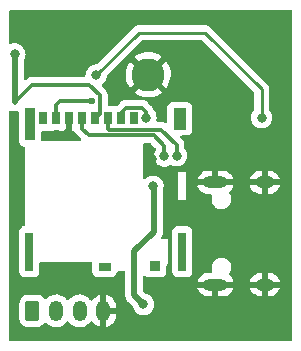
<source format=gbr>
%TF.GenerationSoftware,KiCad,Pcbnew,(6.0.7-1)-1*%
%TF.CreationDate,2022-11-24T20:11:50+01:00*%
%TF.ProjectId,Frost-ESP32,46726f73-742d-4455-9350-33322e6b6963,rev?*%
%TF.SameCoordinates,Original*%
%TF.FileFunction,Copper,L4,Bot*%
%TF.FilePolarity,Positive*%
%FSLAX46Y46*%
G04 Gerber Fmt 4.6, Leading zero omitted, Abs format (unit mm)*
G04 Created by KiCad (PCBNEW (6.0.7-1)-1) date 2022-11-24 20:11:50*
%MOMM*%
%LPD*%
G01*
G04 APERTURE LIST*
G04 Aperture macros list*
%AMRoundRect*
0 Rectangle with rounded corners*
0 $1 Rounding radius*
0 $2 $3 $4 $5 $6 $7 $8 $9 X,Y pos of 4 corners*
0 Add a 4 corners polygon primitive as box body*
4,1,4,$2,$3,$4,$5,$6,$7,$8,$9,$2,$3,0*
0 Add four circle primitives for the rounded corners*
1,1,$1+$1,$2,$3*
1,1,$1+$1,$4,$5*
1,1,$1+$1,$6,$7*
1,1,$1+$1,$8,$9*
0 Add four rect primitives between the rounded corners*
20,1,$1+$1,$2,$3,$4,$5,0*
20,1,$1+$1,$4,$5,$6,$7,0*
20,1,$1+$1,$6,$7,$8,$9,0*
20,1,$1+$1,$8,$9,$2,$3,0*%
G04 Aperture macros list end*
%TA.AperFunction,ComponentPad*%
%ADD10O,2.100000X1.000000*%
%TD*%
%TA.AperFunction,ComponentPad*%
%ADD11O,1.600000X1.000000*%
%TD*%
%TA.AperFunction,ComponentPad*%
%ADD12RoundRect,0.250000X-0.350000X-0.625000X0.350000X-0.625000X0.350000X0.625000X-0.350000X0.625000X0*%
%TD*%
%TA.AperFunction,ComponentPad*%
%ADD13O,1.200000X1.750000*%
%TD*%
%TA.AperFunction,ComponentPad*%
%ADD14C,2.800000*%
%TD*%
%TA.AperFunction,SMDPad,CuDef*%
%ADD15R,0.700000X1.100000*%
%TD*%
%TA.AperFunction,SMDPad,CuDef*%
%ADD16R,0.900000X0.930000*%
%TD*%
%TA.AperFunction,SMDPad,CuDef*%
%ADD17R,1.050000X0.780000*%
%TD*%
%TA.AperFunction,SMDPad,CuDef*%
%ADD18R,1.140000X1.830000*%
%TD*%
%TA.AperFunction,SMDPad,CuDef*%
%ADD19R,0.860000X2.800000*%
%TD*%
%TA.AperFunction,SMDPad,CuDef*%
%ADD20R,0.700000X3.330000*%
%TD*%
%TA.AperFunction,ViaPad*%
%ADD21C,0.800000*%
%TD*%
%TA.AperFunction,ViaPad*%
%ADD22C,0.600000*%
%TD*%
%TA.AperFunction,Conductor*%
%ADD23C,0.300000*%
%TD*%
%TA.AperFunction,Conductor*%
%ADD24C,0.500000*%
%TD*%
%TA.AperFunction,Conductor*%
%ADD25C,0.250000*%
%TD*%
G04 APERTURE END LIST*
D10*
%TO.P,J3,S1,SHIELD*%
%TO.N,GND*%
X111995000Y-82080000D03*
D11*
X116175000Y-90720000D03*
X116175000Y-82080000D03*
D10*
X111995000Y-90720000D03*
%TD*%
D12*
%TO.P,J2,1,Pin_1*%
%TO.N,Net-(D2-Pad2)*%
X96500000Y-92950000D03*
D13*
%TO.P,J2,2,Pin_2*%
%TO.N,/CANL*%
X98500000Y-92950000D03*
%TO.P,J2,3,Pin_3*%
%TO.N,/CANH*%
X100500000Y-92950000D03*
%TO.P,J2,4,Pin_4*%
%TO.N,GND*%
X102500000Y-92950000D03*
%TD*%
D14*
%TO.P,U1,49,GND*%
%TO.N,GND*%
X106300000Y-72950000D03*
%TD*%
D15*
%TO.P,J1,1,DAT2*%
%TO.N,unconnected-(J1-Pad1)*%
X105080000Y-76662500D03*
%TO.P,J1,2,DAT3/CD*%
%TO.N,/CS*%
X103980000Y-76662500D03*
%TO.P,J1,3,CMD*%
%TO.N,/MOSI*%
X102880000Y-76662500D03*
%TO.P,J1,4,VDD*%
%TO.N,+3V3*%
X101780000Y-76662500D03*
%TO.P,J1,5,CLK*%
%TO.N,/CLK*%
X100680000Y-76662500D03*
%TO.P,J1,6,VSS*%
%TO.N,GND*%
X99580000Y-76662500D03*
%TO.P,J1,7,DAT0*%
%TO.N,/MISO*%
X98480000Y-76662500D03*
%TO.P,J1,8,DAT1*%
%TO.N,unconnected-(J1-Pad8)*%
X97380000Y-76662500D03*
D16*
%TO.P,J1,9,DET_B*%
%TO.N,unconnected-(J1-Pad9)*%
X106870000Y-89127500D03*
D17*
%TO.P,J1,10,DET_A*%
%TO.N,/CARD_DETECT*%
X102605000Y-89202500D03*
D18*
%TO.P,J1,P1*%
%TO.N,N/C*%
X108960000Y-76677500D03*
D19*
%TO.P,J1,P2*%
X96300000Y-77162500D03*
D20*
%TO.P,J1,P3*%
X109180000Y-87927500D03*
%TO.P,J1,P4*%
X96220000Y-87927500D03*
%TD*%
D21*
%TO.N,+3V3*%
X95000000Y-71200000D03*
X105900000Y-92400000D03*
X106700000Y-82400000D03*
D22*
%TO.N,GND*%
X98600000Y-77900000D03*
D21*
X106600000Y-80100000D03*
D22*
X112100000Y-79600000D03*
X103200000Y-90500000D03*
D21*
%TO.N,/LED*%
X115900000Y-76600000D03*
X101900000Y-73000000D03*
%TO.N,/CS*%
X106100000Y-76600000D03*
%TO.N,/MOSI*%
X108700000Y-79800000D03*
%TO.N,/CLK*%
X107670271Y-79830226D03*
D22*
%TO.N,/MISO*%
X101500000Y-75200000D03*
%TD*%
D23*
%TO.N,+3V3*%
X102180000Y-76262500D02*
X102180000Y-75782500D01*
X102200000Y-74700000D02*
X101300000Y-73800000D01*
X102200000Y-75762500D02*
X102200000Y-74700000D01*
X96500000Y-73800000D02*
X95000000Y-75300000D01*
X101300000Y-73800000D02*
X96500000Y-73800000D01*
D24*
X105900000Y-92400000D02*
X105120000Y-91620000D01*
D23*
X102180000Y-75782500D02*
X102200000Y-75762500D01*
D24*
X105120000Y-91620000D02*
X105120000Y-87916054D01*
X106800000Y-82500000D02*
X106700000Y-82400000D01*
X95000000Y-75300000D02*
X95000000Y-71200000D01*
X106800000Y-86236054D02*
X106800000Y-82500000D01*
X105120000Y-87916054D02*
X106800000Y-86236054D01*
D23*
X101780000Y-76662500D02*
X102180000Y-76262500D01*
%TO.N,GND*%
X99580000Y-76662500D02*
X99580000Y-77512500D01*
X99192500Y-77900000D02*
X98600000Y-77900000D01*
X99580000Y-77512500D02*
X99192500Y-77900000D01*
D25*
%TO.N,/LED*%
X115900000Y-74200000D02*
X115900000Y-76600000D01*
X105500000Y-69400000D02*
X111100000Y-69400000D01*
X101900000Y-73000000D02*
X105500000Y-69400000D01*
X111100000Y-69400000D02*
X115900000Y-74200000D01*
D23*
%TO.N,/CS*%
X105780000Y-75762500D02*
X104380000Y-75762500D01*
X106100000Y-76600000D02*
X106100000Y-76082500D01*
X106100000Y-76082500D02*
X105780000Y-75762500D01*
X104380000Y-75762500D02*
X103980000Y-76162500D01*
X103980000Y-76162500D02*
X103980000Y-76662500D01*
%TO.N,/MOSI*%
X102967500Y-77600000D02*
X107400000Y-77600000D01*
X108700000Y-78900000D02*
X108700000Y-79800000D01*
X102880000Y-76662500D02*
X102880000Y-77512500D01*
X107400000Y-77600000D02*
X108700000Y-78900000D01*
X102880000Y-77512500D02*
X102967500Y-77600000D01*
%TO.N,/CLK*%
X101267500Y-78100000D02*
X100680000Y-77512500D01*
X106800000Y-78100000D02*
X101267500Y-78100000D01*
X107670271Y-78970271D02*
X106800000Y-78100000D01*
X107670271Y-79830226D02*
X107670271Y-78970271D01*
X100680000Y-77512500D02*
X100680000Y-76662500D01*
%TO.N,/MISO*%
X98480000Y-75637985D02*
X98480000Y-75520000D01*
X98480000Y-75520000D02*
X98800000Y-75200000D01*
X98800000Y-75200000D02*
X101500000Y-75200000D01*
X98480000Y-76662500D02*
X98480000Y-75637985D01*
%TD*%
%TA.AperFunction,Conductor*%
%TO.N,GND*%
G36*
X118433621Y-67520002D02*
G01*
X118480114Y-67573658D01*
X118491500Y-67626000D01*
X118491500Y-95365500D01*
X118471498Y-95433621D01*
X118417842Y-95480114D01*
X118365500Y-95491500D01*
X94634500Y-95491500D01*
X94566379Y-95471498D01*
X94519886Y-95417842D01*
X94508500Y-95365500D01*
X94508500Y-93625400D01*
X95391500Y-93625400D01*
X95402474Y-93731166D01*
X95458450Y-93898946D01*
X95551522Y-94049348D01*
X95676697Y-94174305D01*
X95682927Y-94178145D01*
X95682928Y-94178146D01*
X95820090Y-94262694D01*
X95827262Y-94267115D01*
X95863942Y-94279281D01*
X95988611Y-94320632D01*
X95988613Y-94320632D01*
X95995139Y-94322797D01*
X96001975Y-94323497D01*
X96001978Y-94323498D01*
X96040386Y-94327433D01*
X96099600Y-94333500D01*
X96900400Y-94333500D01*
X96903646Y-94333163D01*
X96903650Y-94333163D01*
X96999308Y-94323238D01*
X96999312Y-94323237D01*
X97006166Y-94322526D01*
X97012702Y-94320345D01*
X97012704Y-94320345D01*
X97148867Y-94274917D01*
X97173946Y-94266550D01*
X97324348Y-94173478D01*
X97449305Y-94048303D01*
X97481075Y-93996764D01*
X97533846Y-93949271D01*
X97603918Y-93937847D01*
X97669042Y-93966121D01*
X97687418Y-93985045D01*
X97693604Y-93992920D01*
X97698135Y-93996852D01*
X97698138Y-93996855D01*
X97783620Y-94071032D01*
X97853363Y-94131552D01*
X97858549Y-94134552D01*
X97858553Y-94134555D01*
X97954957Y-94190326D01*
X98036454Y-94237473D01*
X98236271Y-94306861D01*
X98242206Y-94307722D01*
X98242208Y-94307722D01*
X98439664Y-94336352D01*
X98439667Y-94336352D01*
X98445604Y-94337213D01*
X98656899Y-94327433D01*
X98788077Y-94295819D01*
X98856701Y-94279281D01*
X98856703Y-94279280D01*
X98862534Y-94277875D01*
X98867992Y-94275393D01*
X98867996Y-94275392D01*
X98983041Y-94223084D01*
X99055087Y-94190326D01*
X99227611Y-94067946D01*
X99373881Y-93915150D01*
X99385124Y-93897738D01*
X99394746Y-93882837D01*
X99448501Y-93836460D01*
X99518797Y-93826507D01*
X99583314Y-93856139D01*
X99599681Y-93873351D01*
X99693604Y-93992920D01*
X99698135Y-93996852D01*
X99698138Y-93996855D01*
X99783620Y-94071032D01*
X99853363Y-94131552D01*
X99858549Y-94134552D01*
X99858553Y-94134555D01*
X99954957Y-94190326D01*
X100036454Y-94237473D01*
X100236271Y-94306861D01*
X100242206Y-94307722D01*
X100242208Y-94307722D01*
X100439664Y-94336352D01*
X100439667Y-94336352D01*
X100445604Y-94337213D01*
X100656899Y-94327433D01*
X100788077Y-94295819D01*
X100856701Y-94279281D01*
X100856703Y-94279280D01*
X100862534Y-94277875D01*
X100867992Y-94275393D01*
X100867996Y-94275392D01*
X100983041Y-94223084D01*
X101055087Y-94190326D01*
X101227611Y-94067946D01*
X101373881Y-93915150D01*
X101377130Y-93910119D01*
X101377135Y-93910112D01*
X101395033Y-93882393D01*
X101448789Y-93836016D01*
X101519085Y-93826063D01*
X101583602Y-93855696D01*
X101599970Y-93872909D01*
X101690262Y-93987857D01*
X101698499Y-93996506D01*
X101849123Y-94127212D01*
X101858847Y-94134147D01*
X102031467Y-94234010D01*
X102042331Y-94238984D01*
X102230727Y-94304407D01*
X102231716Y-94304648D01*
X102242008Y-94303180D01*
X102246000Y-94289615D01*
X102246000Y-94285402D01*
X102754000Y-94285402D01*
X102757973Y-94298933D01*
X102767399Y-94300288D01*
X102856537Y-94278806D01*
X102867832Y-94274917D01*
X103049382Y-94192371D01*
X103059724Y-94186424D01*
X103222397Y-94071032D01*
X103231425Y-94063239D01*
X103369342Y-93919169D01*
X103376738Y-93909804D01*
X103484921Y-93742259D01*
X103490417Y-93731655D01*
X103564961Y-93546688D01*
X103568355Y-93535230D01*
X103606857Y-93338072D01*
X103607934Y-93329209D01*
X103608000Y-93326500D01*
X103608000Y-93222115D01*
X103603525Y-93206876D01*
X103602135Y-93205671D01*
X103594452Y-93204000D01*
X102772115Y-93204000D01*
X102756876Y-93208475D01*
X102755671Y-93209865D01*
X102754000Y-93217548D01*
X102754000Y-94285402D01*
X102246000Y-94285402D01*
X102246000Y-92677885D01*
X102754000Y-92677885D01*
X102758475Y-92693124D01*
X102759865Y-92694329D01*
X102767548Y-92696000D01*
X103589885Y-92696000D01*
X103605124Y-92691525D01*
X103606329Y-92690135D01*
X103608000Y-92682452D01*
X103608000Y-92625168D01*
X103607715Y-92619192D01*
X103593529Y-92470506D01*
X103591270Y-92458772D01*
X103535128Y-92267401D01*
X103530698Y-92256325D01*
X103439381Y-92079022D01*
X103432931Y-92068976D01*
X103309738Y-91912143D01*
X103301501Y-91903494D01*
X103150877Y-91772788D01*
X103141153Y-91765853D01*
X102968533Y-91665990D01*
X102957669Y-91661016D01*
X102769273Y-91595593D01*
X102768284Y-91595352D01*
X102757992Y-91596820D01*
X102754000Y-91610385D01*
X102754000Y-92677885D01*
X102246000Y-92677885D01*
X102246000Y-91614598D01*
X102242027Y-91601067D01*
X102232601Y-91599712D01*
X102143463Y-91621194D01*
X102132168Y-91625083D01*
X101950618Y-91707629D01*
X101940276Y-91713576D01*
X101777603Y-91828968D01*
X101768575Y-91836761D01*
X101630658Y-91980831D01*
X101623259Y-91990200D01*
X101605582Y-92017577D01*
X101551828Y-92063955D01*
X101481532Y-92073909D01*
X101417015Y-92044278D01*
X101400644Y-92027063D01*
X101392867Y-92017163D01*
X101306396Y-91907080D01*
X101301865Y-91903148D01*
X101301862Y-91903145D01*
X101151167Y-91772379D01*
X101146637Y-91768448D01*
X101141451Y-91765448D01*
X101141447Y-91765445D01*
X100979335Y-91671661D01*
X100963546Y-91662527D01*
X100763729Y-91593139D01*
X100757794Y-91592278D01*
X100757792Y-91592278D01*
X100560336Y-91563648D01*
X100560333Y-91563648D01*
X100554396Y-91562787D01*
X100343101Y-91572567D01*
X100230466Y-91599712D01*
X100143299Y-91620719D01*
X100143297Y-91620720D01*
X100137466Y-91622125D01*
X100132008Y-91624607D01*
X100132004Y-91624608D01*
X100040990Y-91665990D01*
X99944913Y-91709674D01*
X99772389Y-91832054D01*
X99626119Y-91984850D01*
X99622866Y-91989888D01*
X99605254Y-92017163D01*
X99551499Y-92063540D01*
X99481203Y-92073493D01*
X99416686Y-92043861D01*
X99400317Y-92026647D01*
X99397434Y-92022976D01*
X99306396Y-91907080D01*
X99301865Y-91903148D01*
X99301862Y-91903145D01*
X99151167Y-91772379D01*
X99146637Y-91768448D01*
X99141451Y-91765448D01*
X99141447Y-91765445D01*
X98979335Y-91671661D01*
X98963546Y-91662527D01*
X98763729Y-91593139D01*
X98757794Y-91592278D01*
X98757792Y-91592278D01*
X98560336Y-91563648D01*
X98560333Y-91563648D01*
X98554396Y-91562787D01*
X98343101Y-91572567D01*
X98230466Y-91599712D01*
X98143299Y-91620719D01*
X98143297Y-91620720D01*
X98137466Y-91622125D01*
X98132008Y-91624607D01*
X98132004Y-91624608D01*
X98040990Y-91665990D01*
X97944913Y-91709674D01*
X97772389Y-91832054D01*
X97768247Y-91836381D01*
X97768241Y-91836386D01*
X97681194Y-91927317D01*
X97619639Y-91962694D01*
X97548730Y-91959175D01*
X97490979Y-91917879D01*
X97483032Y-91906491D01*
X97448478Y-91850652D01*
X97323303Y-91725695D01*
X97315904Y-91721134D01*
X97178968Y-91636725D01*
X97178966Y-91636724D01*
X97172738Y-91632885D01*
X97064005Y-91596820D01*
X97011389Y-91579368D01*
X97011387Y-91579368D01*
X97004861Y-91577203D01*
X96998025Y-91576503D01*
X96998022Y-91576502D01*
X96952909Y-91571880D01*
X96900400Y-91566500D01*
X96099600Y-91566500D01*
X96096354Y-91566837D01*
X96096350Y-91566837D01*
X96000692Y-91576762D01*
X96000688Y-91576763D01*
X95993834Y-91577474D01*
X95987298Y-91579655D01*
X95987296Y-91579655D01*
X95924385Y-91600644D01*
X95826054Y-91633450D01*
X95675652Y-91726522D01*
X95550695Y-91851697D01*
X95546855Y-91857927D01*
X95546854Y-91857928D01*
X95509900Y-91917879D01*
X95457885Y-92002262D01*
X95402203Y-92170139D01*
X95391500Y-92274600D01*
X95391500Y-93625400D01*
X94508500Y-93625400D01*
X94508500Y-76110278D01*
X94528502Y-76042157D01*
X94582158Y-75995664D01*
X94652432Y-75985560D01*
X94684740Y-75994727D01*
X94689157Y-75996648D01*
X94695490Y-76000326D01*
X94702500Y-76002449D01*
X94702502Y-76002450D01*
X94802853Y-76032843D01*
X94864767Y-76051595D01*
X95041298Y-76062547D01*
X95048514Y-76061307D01*
X95048516Y-76061307D01*
X95117384Y-76049473D01*
X95214164Y-76032843D01*
X95284686Y-76041020D01*
X95339594Y-76086027D01*
X95361500Y-76157023D01*
X95361500Y-78610634D01*
X95368255Y-78672816D01*
X95419385Y-78809205D01*
X95506739Y-78925761D01*
X95623295Y-79013115D01*
X95631703Y-79016267D01*
X95752286Y-79061472D01*
X95752289Y-79061473D01*
X95759684Y-79064245D01*
X95767540Y-79065098D01*
X95773145Y-79066431D01*
X95834792Y-79101648D01*
X95867613Y-79164602D01*
X95870000Y-79189014D01*
X95870000Y-85635986D01*
X95849998Y-85704107D01*
X95796342Y-85750600D01*
X95773145Y-85758569D01*
X95767540Y-85759902D01*
X95759684Y-85760755D01*
X95752289Y-85763527D01*
X95752286Y-85763528D01*
X95637978Y-85806380D01*
X95623295Y-85811885D01*
X95506739Y-85899239D01*
X95419385Y-86015795D01*
X95368255Y-86152184D01*
X95361500Y-86214366D01*
X95361500Y-89640634D01*
X95368255Y-89702816D01*
X95419385Y-89839205D01*
X95506739Y-89955761D01*
X95623295Y-90043115D01*
X95759684Y-90094245D01*
X95821866Y-90101000D01*
X96618134Y-90101000D01*
X96680316Y-90094245D01*
X96816705Y-90043115D01*
X96933261Y-89955761D01*
X97020615Y-89839205D01*
X97071745Y-89702816D01*
X97078500Y-89640634D01*
X97078500Y-88938500D01*
X97098502Y-88870379D01*
X97152158Y-88823886D01*
X97204500Y-88812500D01*
X101445500Y-88812500D01*
X101513621Y-88832502D01*
X101560114Y-88886158D01*
X101571500Y-88938500D01*
X101571500Y-89640634D01*
X101578255Y-89702816D01*
X101629385Y-89839205D01*
X101716739Y-89955761D01*
X101833295Y-90043115D01*
X101969684Y-90094245D01*
X102031866Y-90101000D01*
X103178134Y-90101000D01*
X103240316Y-90094245D01*
X103376705Y-90043115D01*
X103493261Y-89955761D01*
X103580615Y-89839205D01*
X103610744Y-89758836D01*
X103628972Y-89710214D01*
X103628973Y-89710211D01*
X103631745Y-89702816D01*
X103632598Y-89694960D01*
X103633931Y-89689355D01*
X103669148Y-89627708D01*
X103732102Y-89594887D01*
X103756514Y-89592500D01*
X104235500Y-89592500D01*
X104303621Y-89612502D01*
X104350114Y-89666158D01*
X104361500Y-89718500D01*
X104361500Y-91552930D01*
X104360067Y-91571880D01*
X104356801Y-91593349D01*
X104357394Y-91600641D01*
X104357394Y-91600644D01*
X104361085Y-91646018D01*
X104361500Y-91656233D01*
X104361500Y-91664293D01*
X104361925Y-91667937D01*
X104364789Y-91692507D01*
X104365222Y-91696882D01*
X104368055Y-91731704D01*
X104371140Y-91769637D01*
X104373396Y-91776601D01*
X104374587Y-91782560D01*
X104375971Y-91788415D01*
X104376818Y-91795681D01*
X104401735Y-91864327D01*
X104403152Y-91868455D01*
X104425649Y-91937899D01*
X104429445Y-91944154D01*
X104431951Y-91949628D01*
X104434670Y-91955058D01*
X104437167Y-91961937D01*
X104441180Y-91968057D01*
X104441180Y-91968058D01*
X104477186Y-92022976D01*
X104479523Y-92026680D01*
X104517405Y-92089107D01*
X104521121Y-92093315D01*
X104521122Y-92093316D01*
X104524803Y-92097484D01*
X104524776Y-92097508D01*
X104527429Y-92100500D01*
X104530132Y-92103733D01*
X104534144Y-92109852D01*
X104539456Y-92114884D01*
X104590383Y-92163128D01*
X104592825Y-92165506D01*
X104979875Y-92552556D01*
X105010613Y-92602714D01*
X105065473Y-92771556D01*
X105160960Y-92936944D01*
X105288747Y-93078866D01*
X105443248Y-93191118D01*
X105449276Y-93193802D01*
X105449278Y-93193803D01*
X105611681Y-93266109D01*
X105617712Y-93268794D01*
X105711113Y-93288647D01*
X105798056Y-93307128D01*
X105798061Y-93307128D01*
X105804513Y-93308500D01*
X105995487Y-93308500D01*
X106001939Y-93307128D01*
X106001944Y-93307128D01*
X106088887Y-93288647D01*
X106182288Y-93268794D01*
X106188319Y-93266109D01*
X106350722Y-93193803D01*
X106350724Y-93193802D01*
X106356752Y-93191118D01*
X106511253Y-93078866D01*
X106639040Y-92936944D01*
X106734527Y-92771556D01*
X106793542Y-92589928D01*
X106813504Y-92400000D01*
X106799988Y-92271402D01*
X106794232Y-92216635D01*
X106794232Y-92216633D01*
X106793542Y-92210072D01*
X106734527Y-92028444D01*
X106639040Y-91863056D01*
X106633477Y-91856877D01*
X106515675Y-91726045D01*
X106515674Y-91726044D01*
X106511253Y-91721134D01*
X106395874Y-91637306D01*
X106362094Y-91612763D01*
X106362093Y-91612762D01*
X106356752Y-91608882D01*
X106350724Y-91606198D01*
X106350722Y-91606197D01*
X106188319Y-91533891D01*
X106188318Y-91533891D01*
X106182288Y-91531206D01*
X106175833Y-91529834D01*
X106175824Y-91529831D01*
X106119228Y-91517801D01*
X106056331Y-91483650D01*
X105915405Y-91342724D01*
X105881379Y-91280412D01*
X105878500Y-91253629D01*
X105878500Y-90985768D01*
X110472425Y-90985768D01*
X110504138Y-91093521D01*
X110508731Y-91104889D01*
X110594607Y-91269154D01*
X110601321Y-91279415D01*
X110717468Y-91423873D01*
X110726046Y-91432632D01*
X110868039Y-91551778D01*
X110878159Y-91558708D01*
X111040585Y-91648002D01*
X111051858Y-91652834D01*
X111228538Y-91708880D01*
X111240532Y-91711430D01*
X111384761Y-91727607D01*
X111391785Y-91728000D01*
X111722885Y-91728000D01*
X111738124Y-91723525D01*
X111739329Y-91722135D01*
X111741000Y-91714452D01*
X111741000Y-91709885D01*
X112249000Y-91709885D01*
X112253475Y-91725124D01*
X112254865Y-91726329D01*
X112262548Y-91728000D01*
X112591657Y-91728000D01*
X112597805Y-91727699D01*
X112735603Y-91714188D01*
X112747638Y-91711805D01*
X112925076Y-91658233D01*
X112936416Y-91653559D01*
X113100077Y-91566540D01*
X113110294Y-91559751D01*
X113253933Y-91442603D01*
X113262637Y-91433959D01*
X113380784Y-91291144D01*
X113387644Y-91280973D01*
X113475804Y-91117924D01*
X113480556Y-91106619D01*
X113516250Y-90991308D01*
X113516331Y-90985768D01*
X114902425Y-90985768D01*
X114934138Y-91093521D01*
X114938731Y-91104889D01*
X115024607Y-91269154D01*
X115031321Y-91279415D01*
X115147468Y-91423873D01*
X115156046Y-91432632D01*
X115298039Y-91551778D01*
X115308159Y-91558708D01*
X115470585Y-91648002D01*
X115481858Y-91652834D01*
X115658538Y-91708880D01*
X115670532Y-91711430D01*
X115814761Y-91727607D01*
X115821785Y-91728000D01*
X115902885Y-91728000D01*
X115918124Y-91723525D01*
X115919329Y-91722135D01*
X115921000Y-91714452D01*
X115921000Y-91709885D01*
X116429000Y-91709885D01*
X116433475Y-91725124D01*
X116434865Y-91726329D01*
X116442548Y-91728000D01*
X116521657Y-91728000D01*
X116527805Y-91727699D01*
X116665603Y-91714188D01*
X116677638Y-91711805D01*
X116855076Y-91658233D01*
X116866416Y-91653559D01*
X117030077Y-91566540D01*
X117040294Y-91559751D01*
X117183933Y-91442603D01*
X117192637Y-91433959D01*
X117310784Y-91291144D01*
X117317644Y-91280973D01*
X117405804Y-91117924D01*
X117410556Y-91106619D01*
X117446250Y-90991308D01*
X117446456Y-90977205D01*
X117439701Y-90974000D01*
X116447115Y-90974000D01*
X116431876Y-90978475D01*
X116430671Y-90979865D01*
X116429000Y-90987548D01*
X116429000Y-91709885D01*
X115921000Y-91709885D01*
X115921000Y-90992115D01*
X115916525Y-90976876D01*
X115915135Y-90975671D01*
X115907452Y-90974000D01*
X114917076Y-90974000D01*
X114903545Y-90977973D01*
X114902425Y-90985768D01*
X113516331Y-90985768D01*
X113516456Y-90977205D01*
X113509701Y-90974000D01*
X112267115Y-90974000D01*
X112251876Y-90978475D01*
X112250671Y-90979865D01*
X112249000Y-90987548D01*
X112249000Y-91709885D01*
X111741000Y-91709885D01*
X111741000Y-90992115D01*
X111736525Y-90976876D01*
X111735135Y-90975671D01*
X111727452Y-90974000D01*
X110487076Y-90974000D01*
X110473545Y-90977973D01*
X110472425Y-90985768D01*
X105878500Y-90985768D01*
X105878500Y-90462795D01*
X110473544Y-90462795D01*
X110480299Y-90466000D01*
X113502924Y-90466000D01*
X113513839Y-90462795D01*
X114903544Y-90462795D01*
X114910299Y-90466000D01*
X115902885Y-90466000D01*
X115918124Y-90461525D01*
X115919329Y-90460135D01*
X115921000Y-90452452D01*
X115921000Y-90447885D01*
X116429000Y-90447885D01*
X116433475Y-90463124D01*
X116434865Y-90464329D01*
X116442548Y-90466000D01*
X117432924Y-90466000D01*
X117446455Y-90462027D01*
X117447575Y-90454232D01*
X117415862Y-90346479D01*
X117411269Y-90335111D01*
X117325393Y-90170846D01*
X117318679Y-90160585D01*
X117202532Y-90016127D01*
X117193954Y-90007368D01*
X117051961Y-89888222D01*
X117041841Y-89881292D01*
X116879415Y-89791998D01*
X116868142Y-89787166D01*
X116691462Y-89731120D01*
X116679468Y-89728570D01*
X116535239Y-89712393D01*
X116528215Y-89712000D01*
X116447115Y-89712000D01*
X116431876Y-89716475D01*
X116430671Y-89717865D01*
X116429000Y-89725548D01*
X116429000Y-90447885D01*
X115921000Y-90447885D01*
X115921000Y-89730115D01*
X115916525Y-89714876D01*
X115915135Y-89713671D01*
X115907452Y-89712000D01*
X115828343Y-89712000D01*
X115822195Y-89712301D01*
X115684397Y-89725812D01*
X115672362Y-89728195D01*
X115494924Y-89781767D01*
X115483584Y-89786441D01*
X115319923Y-89873460D01*
X115309706Y-89880249D01*
X115166067Y-89997397D01*
X115157363Y-90006041D01*
X115039216Y-90148856D01*
X115032356Y-90159027D01*
X114944196Y-90322076D01*
X114939444Y-90333381D01*
X114903750Y-90448692D01*
X114903544Y-90462795D01*
X113513839Y-90462795D01*
X113516455Y-90462027D01*
X113517575Y-90454232D01*
X113485862Y-90346479D01*
X113481269Y-90335111D01*
X113395393Y-90170846D01*
X113388679Y-90160585D01*
X113272532Y-90016127D01*
X113263954Y-90007368D01*
X113192785Y-89947650D01*
X113153458Y-89888541D01*
X113152332Y-89817553D01*
X113169564Y-89780305D01*
X113231442Y-89689255D01*
X113235277Y-89683612D01*
X113302530Y-89515466D01*
X113303644Y-89508738D01*
X113303645Y-89508734D01*
X113330993Y-89343539D01*
X113330993Y-89343536D01*
X113332108Y-89336802D01*
X113327203Y-89243198D01*
X113322987Y-89162766D01*
X113322630Y-89155953D01*
X113299304Y-89071266D01*
X113276352Y-88987941D01*
X113274539Y-88981359D01*
X113190078Y-88821164D01*
X113185673Y-88815951D01*
X113185670Y-88815947D01*
X113077594Y-88688057D01*
X113077590Y-88688053D01*
X113073187Y-88682843D01*
X113067762Y-88678695D01*
X112934743Y-88576994D01*
X112934739Y-88576991D01*
X112929322Y-88572850D01*
X112824186Y-88523825D01*
X112771369Y-88499195D01*
X112771366Y-88499194D01*
X112765192Y-88496315D01*
X112758544Y-88494829D01*
X112758541Y-88494828D01*
X112593494Y-88457936D01*
X112593495Y-88457936D01*
X112588457Y-88456810D01*
X112582912Y-88456500D01*
X112449756Y-88456500D01*
X112314963Y-88471143D01*
X112231609Y-88499195D01*
X112149796Y-88526728D01*
X112149794Y-88526729D01*
X112143325Y-88528906D01*
X111988095Y-88622177D01*
X111983138Y-88626865D01*
X111983135Y-88626867D01*
X111928329Y-88678695D01*
X111856515Y-88746607D01*
X111852683Y-88752245D01*
X111852680Y-88752249D01*
X111801740Y-88827205D01*
X111754723Y-88896388D01*
X111687470Y-89064534D01*
X111686356Y-89071262D01*
X111686355Y-89071266D01*
X111662080Y-89217900D01*
X111657892Y-89243198D01*
X111658249Y-89250015D01*
X111658249Y-89250019D01*
X111663151Y-89343539D01*
X111667370Y-89424047D01*
X111694297Y-89521803D01*
X111702763Y-89552540D01*
X111701569Y-89623526D01*
X111662186Y-89682599D01*
X111597119Y-89711001D01*
X111581287Y-89712000D01*
X111398343Y-89712000D01*
X111392195Y-89712301D01*
X111254397Y-89725812D01*
X111242362Y-89728195D01*
X111064924Y-89781767D01*
X111053584Y-89786441D01*
X110889923Y-89873460D01*
X110879706Y-89880249D01*
X110736067Y-89997397D01*
X110727363Y-90006041D01*
X110609216Y-90148856D01*
X110602356Y-90159027D01*
X110514196Y-90322076D01*
X110509444Y-90333381D01*
X110473750Y-90448692D01*
X110473544Y-90462795D01*
X105878500Y-90462795D01*
X105878500Y-90074069D01*
X105898502Y-90005948D01*
X105952158Y-89959455D01*
X106022432Y-89949351D01*
X106080065Y-89973243D01*
X106173295Y-90043115D01*
X106309684Y-90094245D01*
X106371866Y-90101000D01*
X107368134Y-90101000D01*
X107430316Y-90094245D01*
X107566705Y-90043115D01*
X107683261Y-89955761D01*
X107770615Y-89839205D01*
X107821745Y-89702816D01*
X107828500Y-89640634D01*
X108321500Y-89640634D01*
X108328255Y-89702816D01*
X108379385Y-89839205D01*
X108466739Y-89955761D01*
X108583295Y-90043115D01*
X108719684Y-90094245D01*
X108781866Y-90101000D01*
X109578134Y-90101000D01*
X109640316Y-90094245D01*
X109776705Y-90043115D01*
X109893261Y-89955761D01*
X109980615Y-89839205D01*
X110031745Y-89702816D01*
X110038500Y-89640634D01*
X110038500Y-86214366D01*
X110031745Y-86152184D01*
X109980615Y-86015795D01*
X109893261Y-85899239D01*
X109776705Y-85811885D01*
X109640316Y-85760755D01*
X109578134Y-85754000D01*
X108781866Y-85754000D01*
X108719684Y-85760755D01*
X108583295Y-85811885D01*
X108466739Y-85899239D01*
X108379385Y-86015795D01*
X108328255Y-86152184D01*
X108321500Y-86214366D01*
X108321500Y-89640634D01*
X107828500Y-89640634D01*
X107828500Y-89148967D01*
X107848502Y-89080846D01*
X107902158Y-89034353D01*
X107919002Y-89028071D01*
X107927144Y-89025680D01*
X107945260Y-89025680D01*
X107945260Y-86862500D01*
X107534591Y-86862500D01*
X107466470Y-86842498D01*
X107419977Y-86788842D01*
X107409873Y-86718568D01*
X107429768Y-86666585D01*
X107430592Y-86665349D01*
X107435333Y-86659769D01*
X107438662Y-86653250D01*
X107442024Y-86648209D01*
X107445193Y-86643078D01*
X107449734Y-86637338D01*
X107480655Y-86571179D01*
X107482561Y-86567279D01*
X107515769Y-86502246D01*
X107517508Y-86495137D01*
X107519604Y-86489503D01*
X107521523Y-86483733D01*
X107524622Y-86477104D01*
X107539491Y-86405619D01*
X107540461Y-86401336D01*
X107557808Y-86330444D01*
X107558500Y-86319290D01*
X107558535Y-86319292D01*
X107558775Y-86315320D01*
X107559152Y-86311099D01*
X107560641Y-86303939D01*
X107558546Y-86226512D01*
X107558500Y-86223104D01*
X107558500Y-83563680D01*
X108830000Y-83563680D01*
X109536340Y-83563680D01*
X109536340Y-82345768D01*
X110472425Y-82345768D01*
X110504138Y-82453521D01*
X110508731Y-82464889D01*
X110594607Y-82629154D01*
X110601321Y-82639415D01*
X110717468Y-82783873D01*
X110726046Y-82792632D01*
X110868039Y-82911778D01*
X110878159Y-82918708D01*
X111040585Y-83008002D01*
X111051858Y-83012834D01*
X111228538Y-83068880D01*
X111240532Y-83071430D01*
X111384761Y-83087607D01*
X111391785Y-83088000D01*
X111579977Y-83088000D01*
X111648098Y-83108002D01*
X111694591Y-83161658D01*
X111704695Y-83231932D01*
X111696966Y-83260792D01*
X111687470Y-83284534D01*
X111686356Y-83291262D01*
X111686355Y-83291266D01*
X111659007Y-83456461D01*
X111657892Y-83463198D01*
X111658249Y-83470015D01*
X111658249Y-83470019D01*
X111663096Y-83562500D01*
X111667370Y-83644047D01*
X111669181Y-83650620D01*
X111669181Y-83650623D01*
X111692551Y-83735466D01*
X111715461Y-83818641D01*
X111799922Y-83978836D01*
X111804327Y-83984049D01*
X111804330Y-83984053D01*
X111912406Y-84111943D01*
X111912410Y-84111947D01*
X111916813Y-84117157D01*
X111922237Y-84121304D01*
X111922238Y-84121305D01*
X112055257Y-84223006D01*
X112055261Y-84223009D01*
X112060678Y-84227150D01*
X112147372Y-84267576D01*
X112218631Y-84300805D01*
X112218634Y-84300806D01*
X112224808Y-84303685D01*
X112231456Y-84305171D01*
X112231459Y-84305172D01*
X112337421Y-84328857D01*
X112401543Y-84343190D01*
X112407088Y-84343500D01*
X112540244Y-84343500D01*
X112675037Y-84328857D01*
X112793190Y-84289094D01*
X112840204Y-84273272D01*
X112840206Y-84273271D01*
X112846675Y-84271094D01*
X113001905Y-84177823D01*
X113006862Y-84173135D01*
X113006865Y-84173133D01*
X113128527Y-84058082D01*
X113128529Y-84058080D01*
X113133485Y-84053393D01*
X113137317Y-84047755D01*
X113137320Y-84047751D01*
X113231442Y-83909255D01*
X113235277Y-83903612D01*
X113302530Y-83735466D01*
X113303644Y-83728738D01*
X113303645Y-83728734D01*
X113330993Y-83563539D01*
X113330993Y-83563536D01*
X113332108Y-83556802D01*
X113331520Y-83545565D01*
X113322987Y-83382766D01*
X113322630Y-83375953D01*
X113299304Y-83291266D01*
X113276352Y-83207941D01*
X113274539Y-83201359D01*
X113190078Y-83041164D01*
X113185671Y-83035949D01*
X113185669Y-83035946D01*
X113179549Y-83028705D01*
X113150855Y-82963765D01*
X113161825Y-82893622D01*
X113196148Y-82849731D01*
X113253933Y-82802603D01*
X113262637Y-82793959D01*
X113380784Y-82651144D01*
X113387644Y-82640973D01*
X113475804Y-82477924D01*
X113480556Y-82466619D01*
X113516250Y-82351308D01*
X113516331Y-82345768D01*
X114902425Y-82345768D01*
X114934138Y-82453521D01*
X114938731Y-82464889D01*
X115024607Y-82629154D01*
X115031321Y-82639415D01*
X115147468Y-82783873D01*
X115156046Y-82792632D01*
X115298039Y-82911778D01*
X115308159Y-82918708D01*
X115470585Y-83008002D01*
X115481858Y-83012834D01*
X115658538Y-83068880D01*
X115670532Y-83071430D01*
X115814761Y-83087607D01*
X115821785Y-83088000D01*
X115902885Y-83088000D01*
X115918124Y-83083525D01*
X115919329Y-83082135D01*
X115921000Y-83074452D01*
X115921000Y-83069885D01*
X116429000Y-83069885D01*
X116433475Y-83085124D01*
X116434865Y-83086329D01*
X116442548Y-83088000D01*
X116521657Y-83088000D01*
X116527805Y-83087699D01*
X116665603Y-83074188D01*
X116677638Y-83071805D01*
X116855076Y-83018233D01*
X116866416Y-83013559D01*
X117030077Y-82926540D01*
X117040294Y-82919751D01*
X117183933Y-82802603D01*
X117192637Y-82793959D01*
X117310784Y-82651144D01*
X117317644Y-82640973D01*
X117405804Y-82477924D01*
X117410556Y-82466619D01*
X117446250Y-82351308D01*
X117446456Y-82337205D01*
X117439701Y-82334000D01*
X116447115Y-82334000D01*
X116431876Y-82338475D01*
X116430671Y-82339865D01*
X116429000Y-82347548D01*
X116429000Y-83069885D01*
X115921000Y-83069885D01*
X115921000Y-82352115D01*
X115916525Y-82336876D01*
X115915135Y-82335671D01*
X115907452Y-82334000D01*
X114917076Y-82334000D01*
X114903545Y-82337973D01*
X114902425Y-82345768D01*
X113516331Y-82345768D01*
X113516456Y-82337205D01*
X113509701Y-82334000D01*
X110487076Y-82334000D01*
X110473545Y-82337973D01*
X110472425Y-82345768D01*
X109536340Y-82345768D01*
X109536340Y-81822795D01*
X110473544Y-81822795D01*
X110480299Y-81826000D01*
X111722885Y-81826000D01*
X111738124Y-81821525D01*
X111739329Y-81820135D01*
X111741000Y-81812452D01*
X111741000Y-81807885D01*
X112249000Y-81807885D01*
X112253475Y-81823124D01*
X112254865Y-81824329D01*
X112262548Y-81826000D01*
X113502924Y-81826000D01*
X113513839Y-81822795D01*
X114903544Y-81822795D01*
X114910299Y-81826000D01*
X115902885Y-81826000D01*
X115918124Y-81821525D01*
X115919329Y-81820135D01*
X115921000Y-81812452D01*
X115921000Y-81807885D01*
X116429000Y-81807885D01*
X116433475Y-81823124D01*
X116434865Y-81824329D01*
X116442548Y-81826000D01*
X117432924Y-81826000D01*
X117446455Y-81822027D01*
X117447575Y-81814232D01*
X117415862Y-81706479D01*
X117411269Y-81695111D01*
X117325393Y-81530846D01*
X117318679Y-81520585D01*
X117202532Y-81376127D01*
X117193954Y-81367368D01*
X117051961Y-81248222D01*
X117041841Y-81241292D01*
X116879415Y-81151998D01*
X116868142Y-81147166D01*
X116691462Y-81091120D01*
X116679468Y-81088570D01*
X116535239Y-81072393D01*
X116528215Y-81072000D01*
X116447115Y-81072000D01*
X116431876Y-81076475D01*
X116430671Y-81077865D01*
X116429000Y-81085548D01*
X116429000Y-81807885D01*
X115921000Y-81807885D01*
X115921000Y-81090115D01*
X115916525Y-81074876D01*
X115915135Y-81073671D01*
X115907452Y-81072000D01*
X115828343Y-81072000D01*
X115822195Y-81072301D01*
X115684397Y-81085812D01*
X115672362Y-81088195D01*
X115494924Y-81141767D01*
X115483584Y-81146441D01*
X115319923Y-81233460D01*
X115309706Y-81240249D01*
X115166067Y-81357397D01*
X115157363Y-81366041D01*
X115039216Y-81508856D01*
X115032356Y-81519027D01*
X114944196Y-81682076D01*
X114939444Y-81693381D01*
X114903750Y-81808692D01*
X114903544Y-81822795D01*
X113513839Y-81822795D01*
X113516455Y-81822027D01*
X113517575Y-81814232D01*
X113485862Y-81706479D01*
X113481269Y-81695111D01*
X113395393Y-81530846D01*
X113388679Y-81520585D01*
X113272532Y-81376127D01*
X113263954Y-81367368D01*
X113121961Y-81248222D01*
X113111841Y-81241292D01*
X112949415Y-81151998D01*
X112938142Y-81147166D01*
X112761462Y-81091120D01*
X112749468Y-81088570D01*
X112605239Y-81072393D01*
X112598215Y-81072000D01*
X112267115Y-81072000D01*
X112251876Y-81076475D01*
X112250671Y-81077865D01*
X112249000Y-81085548D01*
X112249000Y-81807885D01*
X111741000Y-81807885D01*
X111741000Y-81090115D01*
X111736525Y-81074876D01*
X111735135Y-81073671D01*
X111727452Y-81072000D01*
X111398343Y-81072000D01*
X111392195Y-81072301D01*
X111254397Y-81085812D01*
X111242362Y-81088195D01*
X111064924Y-81141767D01*
X111053584Y-81146441D01*
X110889923Y-81233460D01*
X110879706Y-81240249D01*
X110736067Y-81357397D01*
X110727363Y-81366041D01*
X110609216Y-81508856D01*
X110602356Y-81519027D01*
X110514196Y-81682076D01*
X110509444Y-81693381D01*
X110473750Y-81808692D01*
X110473544Y-81822795D01*
X109536340Y-81822795D01*
X109536340Y-81162500D01*
X108830000Y-81162500D01*
X108830000Y-83563680D01*
X107558500Y-83563680D01*
X107558500Y-82717732D01*
X107564667Y-82678795D01*
X107576956Y-82640973D01*
X107593542Y-82589928D01*
X107613504Y-82400000D01*
X107606904Y-82337205D01*
X107594232Y-82216635D01*
X107594232Y-82216633D01*
X107593542Y-82210072D01*
X107534527Y-82028444D01*
X107439040Y-81863056D01*
X107402098Y-81822027D01*
X107315675Y-81726045D01*
X107315674Y-81726044D01*
X107311253Y-81721134D01*
X107156752Y-81608882D01*
X107150724Y-81606198D01*
X107150722Y-81606197D01*
X106988319Y-81533891D01*
X106988318Y-81533891D01*
X106982288Y-81531206D01*
X106877140Y-81508856D01*
X106801944Y-81492872D01*
X106801939Y-81492872D01*
X106795487Y-81491500D01*
X106604513Y-81491500D01*
X106598061Y-81492872D01*
X106598056Y-81492872D01*
X106522860Y-81508856D01*
X106417712Y-81531206D01*
X106411682Y-81533891D01*
X106411681Y-81533891D01*
X106249278Y-81606197D01*
X106249276Y-81606198D01*
X106243248Y-81608882D01*
X106088747Y-81721134D01*
X106084323Y-81726047D01*
X106080313Y-81729658D01*
X106016307Y-81760377D01*
X105945853Y-81751615D01*
X105891320Y-81706154D01*
X105870000Y-81636024D01*
X105870000Y-78884500D01*
X105890002Y-78816379D01*
X105943658Y-78769886D01*
X105996000Y-78758500D01*
X106475050Y-78758500D01*
X106543171Y-78778502D01*
X106564145Y-78795405D01*
X106910738Y-79141998D01*
X106944764Y-79204310D01*
X106939699Y-79275125D01*
X106930762Y-79294093D01*
X106856499Y-79422721D01*
X106835744Y-79458670D01*
X106776729Y-79640298D01*
X106756767Y-79830226D01*
X106776729Y-80020154D01*
X106835744Y-80201782D01*
X106931231Y-80367170D01*
X106935649Y-80372077D01*
X106935650Y-80372078D01*
X107031802Y-80478866D01*
X107059018Y-80509092D01*
X107134606Y-80564010D01*
X107184288Y-80600106D01*
X107213519Y-80621344D01*
X107219547Y-80624028D01*
X107219549Y-80624029D01*
X107381952Y-80696335D01*
X107387983Y-80699020D01*
X107481384Y-80718873D01*
X107568327Y-80737354D01*
X107568332Y-80737354D01*
X107574784Y-80738726D01*
X107765758Y-80738726D01*
X107772210Y-80737354D01*
X107772215Y-80737354D01*
X107859158Y-80718873D01*
X107952559Y-80699020D01*
X107958590Y-80696335D01*
X108120993Y-80624029D01*
X108120995Y-80624028D01*
X108127023Y-80621344D01*
X108138125Y-80613278D01*
X108204992Y-80589419D01*
X108263435Y-80600106D01*
X108417712Y-80668794D01*
X108511112Y-80688647D01*
X108598056Y-80707128D01*
X108598061Y-80707128D01*
X108604513Y-80708500D01*
X108795487Y-80708500D01*
X108801939Y-80707128D01*
X108801944Y-80707128D01*
X108888888Y-80688647D01*
X108982288Y-80668794D01*
X108988319Y-80666109D01*
X109150722Y-80593803D01*
X109150724Y-80593802D01*
X109156752Y-80591118D01*
X109311253Y-80478866D01*
X109407405Y-80372078D01*
X109434621Y-80341852D01*
X109434622Y-80341851D01*
X109439040Y-80336944D01*
X109534527Y-80171556D01*
X109593542Y-79989928D01*
X109613504Y-79800000D01*
X109593542Y-79610072D01*
X109534527Y-79428444D01*
X109439040Y-79263056D01*
X109390864Y-79209551D01*
X109360146Y-79145544D01*
X109358500Y-79125241D01*
X109358500Y-78982059D01*
X109359059Y-78970203D01*
X109360789Y-78962463D01*
X109358562Y-78891611D01*
X109358500Y-78887653D01*
X109358500Y-78858568D01*
X109357946Y-78854179D01*
X109357013Y-78842337D01*
X109355811Y-78804094D01*
X109355562Y-78796169D01*
X109349580Y-78775579D01*
X109345570Y-78756216D01*
X109343875Y-78742796D01*
X109343875Y-78742795D01*
X109342882Y-78734936D01*
X109339966Y-78727571D01*
X109339965Y-78727567D01*
X109325874Y-78691979D01*
X109322035Y-78680769D01*
X109309145Y-78636400D01*
X109298225Y-78617935D01*
X109289534Y-78600195D01*
X109281635Y-78580244D01*
X109254482Y-78542871D01*
X109247967Y-78532952D01*
X109228493Y-78500023D01*
X109228490Y-78500019D01*
X109224453Y-78493193D01*
X109209289Y-78478029D01*
X109196448Y-78462995D01*
X109188501Y-78452057D01*
X109183841Y-78445643D01*
X109148247Y-78416197D01*
X109139468Y-78408208D01*
X109047355Y-78316095D01*
X109013329Y-78253783D01*
X109018394Y-78182968D01*
X109060941Y-78126132D01*
X109127461Y-78101321D01*
X109136450Y-78101000D01*
X109578134Y-78101000D01*
X109640316Y-78094245D01*
X109776705Y-78043115D01*
X109893261Y-77955761D01*
X109980615Y-77839205D01*
X110031745Y-77702816D01*
X110038500Y-77640634D01*
X110038500Y-75714366D01*
X110031745Y-75652184D01*
X109980615Y-75515795D01*
X109893261Y-75399239D01*
X109776705Y-75311885D01*
X109640316Y-75260755D01*
X109578134Y-75254000D01*
X108341866Y-75254000D01*
X108279684Y-75260755D01*
X108143295Y-75311885D01*
X108026739Y-75399239D01*
X107939385Y-75515795D01*
X107888255Y-75652184D01*
X107881500Y-75714366D01*
X107881500Y-76899034D01*
X107861498Y-76967155D01*
X107807842Y-77013648D01*
X107737568Y-77023752D01*
X107705457Y-77014670D01*
X107695463Y-77010345D01*
X107684805Y-77005124D01*
X107651284Y-76986695D01*
X107651282Y-76986694D01*
X107644337Y-76982876D01*
X107623559Y-76977541D01*
X107604869Y-76971142D01*
X107585176Y-76962620D01*
X107539552Y-76955394D01*
X107527929Y-76952987D01*
X107499928Y-76945798D01*
X107483188Y-76941500D01*
X107461741Y-76941500D01*
X107442031Y-76939949D01*
X107428677Y-76937834D01*
X107420848Y-76936594D01*
X107374859Y-76940941D01*
X107363004Y-76941500D01*
X107116216Y-76941500D01*
X107048095Y-76921498D01*
X107001602Y-76867842D01*
X106991498Y-76797568D01*
X106992029Y-76794584D01*
X106993542Y-76789928D01*
X107013504Y-76600000D01*
X107006620Y-76534500D01*
X106994232Y-76416635D01*
X106994232Y-76416633D01*
X106993542Y-76410072D01*
X106934527Y-76228444D01*
X106839040Y-76063056D01*
X106828721Y-76051595D01*
X106782557Y-76000326D01*
X106775009Y-75991943D01*
X106747788Y-75932482D01*
X106745848Y-75932980D01*
X106743875Y-75925294D01*
X106742882Y-75917436D01*
X106739966Y-75910071D01*
X106739965Y-75910067D01*
X106725874Y-75874479D01*
X106722035Y-75863269D01*
X106709145Y-75818900D01*
X106698229Y-75800443D01*
X106689534Y-75782693D01*
X106681635Y-75762744D01*
X106654477Y-75725364D01*
X106647960Y-75715443D01*
X106645314Y-75710969D01*
X106624452Y-75675693D01*
X106609291Y-75660532D01*
X106596449Y-75645497D01*
X106595635Y-75644376D01*
X106583841Y-75628143D01*
X106548248Y-75598698D01*
X106539467Y-75590708D01*
X106303651Y-75354891D01*
X106295663Y-75346112D01*
X106291416Y-75339420D01*
X106239741Y-75290894D01*
X106236900Y-75288140D01*
X106216333Y-75267573D01*
X106212826Y-75264853D01*
X106203804Y-75257147D01*
X106200453Y-75254000D01*
X106170133Y-75225528D01*
X106163181Y-75221706D01*
X106151342Y-75215197D01*
X106134818Y-75204343D01*
X106124132Y-75196055D01*
X106117868Y-75191196D01*
X106110596Y-75188049D01*
X106110594Y-75188048D01*
X106075465Y-75172846D01*
X106064805Y-75167624D01*
X106031284Y-75149195D01*
X106031282Y-75149194D01*
X106024337Y-75145376D01*
X106003559Y-75140041D01*
X105984869Y-75133642D01*
X105965176Y-75125120D01*
X105919552Y-75117894D01*
X105907929Y-75115487D01*
X105873661Y-75106689D01*
X105863188Y-75104000D01*
X105841741Y-75104000D01*
X105822031Y-75102449D01*
X105808677Y-75100334D01*
X105800848Y-75099094D01*
X105754859Y-75103441D01*
X105743004Y-75104000D01*
X104462056Y-75104000D01*
X104450200Y-75103441D01*
X104450197Y-75103441D01*
X104442463Y-75101712D01*
X104387446Y-75103441D01*
X104371631Y-75103938D01*
X104367673Y-75104000D01*
X104338568Y-75104000D01*
X104334168Y-75104556D01*
X104322336Y-75105488D01*
X104276169Y-75106938D01*
X104255579Y-75112920D01*
X104236218Y-75116930D01*
X104229230Y-75117812D01*
X104222796Y-75118625D01*
X104222795Y-75118625D01*
X104214936Y-75119618D01*
X104207571Y-75122534D01*
X104207567Y-75122535D01*
X104171982Y-75136624D01*
X104160752Y-75140469D01*
X104116399Y-75153355D01*
X104109575Y-75157391D01*
X104097943Y-75164270D01*
X104080187Y-75172969D01*
X104060244Y-75180865D01*
X104046025Y-75191196D01*
X104022868Y-75208020D01*
X104012949Y-75214535D01*
X103980023Y-75234008D01*
X103980019Y-75234011D01*
X103973193Y-75238048D01*
X103958032Y-75253209D01*
X103943000Y-75266048D01*
X103925643Y-75278659D01*
X103915521Y-75290895D01*
X103896198Y-75314252D01*
X103888208Y-75323032D01*
X103641708Y-75569532D01*
X103579396Y-75603558D01*
X103566223Y-75605699D01*
X103541363Y-75608400D01*
X103527535Y-75609902D01*
X103527534Y-75609902D01*
X103519684Y-75610755D01*
X103512291Y-75613527D01*
X103512289Y-75613527D01*
X103474229Y-75627795D01*
X103403422Y-75632978D01*
X103385771Y-75627795D01*
X103347711Y-75613527D01*
X103347709Y-75613527D01*
X103340316Y-75610755D01*
X103332468Y-75609902D01*
X103332466Y-75609902D01*
X103281531Y-75604369D01*
X103278134Y-75604000D01*
X102984500Y-75604000D01*
X102916379Y-75583998D01*
X102869886Y-75530342D01*
X102858500Y-75478000D01*
X102858500Y-74782056D01*
X102859059Y-74770200D01*
X102859059Y-74770197D01*
X102860788Y-74762463D01*
X102858562Y-74691631D01*
X102858500Y-74687673D01*
X102858500Y-74658568D01*
X102857944Y-74654168D01*
X102857012Y-74642330D01*
X102855811Y-74604094D01*
X102855562Y-74596169D01*
X102849580Y-74575579D01*
X102845570Y-74556216D01*
X102843875Y-74542796D01*
X102843875Y-74542795D01*
X102842882Y-74534936D01*
X102839966Y-74527571D01*
X102839965Y-74527567D01*
X102825874Y-74491979D01*
X102822035Y-74480769D01*
X102818269Y-74467806D01*
X105147361Y-74467806D01*
X105154751Y-74478108D01*
X105196630Y-74512203D01*
X105203909Y-74517318D01*
X105427756Y-74652085D01*
X105435670Y-74656118D01*
X105676286Y-74758006D01*
X105684691Y-74760883D01*
X105937257Y-74827850D01*
X105945989Y-74829516D01*
X106205474Y-74860227D01*
X106214340Y-74860645D01*
X106475561Y-74854490D01*
X106484414Y-74853653D01*
X106742162Y-74810752D01*
X106750796Y-74808679D01*
X106999930Y-74729888D01*
X107008192Y-74726617D01*
X107243731Y-74613513D01*
X107251455Y-74609107D01*
X107445268Y-74479606D01*
X107453556Y-74469688D01*
X107446299Y-74455509D01*
X106312812Y-73322022D01*
X106298868Y-73314408D01*
X106297035Y-73314539D01*
X106290420Y-73318790D01*
X105154527Y-74454683D01*
X105147361Y-74467806D01*
X102818269Y-74467806D01*
X102809145Y-74436400D01*
X102798229Y-74417943D01*
X102789534Y-74400193D01*
X102781635Y-74380244D01*
X102754477Y-74342864D01*
X102747960Y-74332943D01*
X102724452Y-74293193D01*
X102709291Y-74278032D01*
X102696449Y-74262997D01*
X102694338Y-74260091D01*
X102683841Y-74245643D01*
X102648248Y-74216198D01*
X102639468Y-74208208D01*
X102383241Y-73951981D01*
X102349215Y-73889669D01*
X102354280Y-73818854D01*
X102398275Y-73760950D01*
X102449272Y-73723898D01*
X102511253Y-73678866D01*
X102573043Y-73610241D01*
X102634621Y-73541852D01*
X102634622Y-73541851D01*
X102639040Y-73536944D01*
X102705789Y-73421332D01*
X102731223Y-73377279D01*
X102731224Y-73377278D01*
X102734527Y-73371556D01*
X102793542Y-73189928D01*
X102796991Y-73157118D01*
X102810907Y-73024707D01*
X102837920Y-72959050D01*
X102847122Y-72948782D01*
X102901537Y-72894367D01*
X104388245Y-72894367D01*
X104398503Y-73155459D01*
X104399478Y-73164288D01*
X104446422Y-73421332D01*
X104448631Y-73429934D01*
X104531324Y-73677796D01*
X104534728Y-73686014D01*
X104651519Y-73919750D01*
X104656043Y-73927398D01*
X104771352Y-74094235D01*
X104781673Y-74102589D01*
X104795323Y-74095467D01*
X105927978Y-72962812D01*
X105934356Y-72951132D01*
X106664408Y-72951132D01*
X106664539Y-72952965D01*
X106668790Y-72959580D01*
X107805517Y-74096307D01*
X107818917Y-74103624D01*
X107828821Y-74096637D01*
X107844686Y-74077763D01*
X107849905Y-74070580D01*
X107988171Y-73848876D01*
X107992333Y-73841017D01*
X108097988Y-73602030D01*
X108100994Y-73593680D01*
X108171921Y-73342192D01*
X108173722Y-73333499D01*
X108208672Y-73073292D01*
X108209200Y-73066899D01*
X108212773Y-72953222D01*
X108212646Y-72946779D01*
X108194106Y-72684923D01*
X108192853Y-72676119D01*
X108137858Y-72420677D01*
X108135379Y-72412144D01*
X108044941Y-72167002D01*
X108041286Y-72158907D01*
X107917206Y-71928947D01*
X107912447Y-71921449D01*
X107827759Y-71806790D01*
X107816631Y-71798348D01*
X107804038Y-71805172D01*
X106672022Y-72937188D01*
X106664408Y-72951132D01*
X105934356Y-72951132D01*
X105935592Y-72948868D01*
X105935461Y-72947035D01*
X105931210Y-72940420D01*
X104795819Y-71805029D01*
X104782978Y-71798017D01*
X104772289Y-71805813D01*
X104720663Y-71871299D01*
X104715658Y-71878663D01*
X104584420Y-72104605D01*
X104580516Y-72112575D01*
X104482420Y-72354763D01*
X104479676Y-72363207D01*
X104416683Y-72616800D01*
X104415156Y-72625551D01*
X104388524Y-72885483D01*
X104388245Y-72894367D01*
X102901537Y-72894367D01*
X104363217Y-71432688D01*
X105148045Y-71432688D01*
X105155025Y-71445815D01*
X106287188Y-72577978D01*
X106301132Y-72585592D01*
X106302965Y-72585461D01*
X106309580Y-72581210D01*
X107444804Y-71445986D01*
X107451658Y-71433434D01*
X107443450Y-71422363D01*
X107353762Y-71353916D01*
X107346313Y-71349023D01*
X107118353Y-71221359D01*
X107110303Y-71217571D01*
X106866617Y-71123295D01*
X106858127Y-71120683D01*
X106603578Y-71061683D01*
X106594800Y-71060293D01*
X106334478Y-71037746D01*
X106325607Y-71037606D01*
X106064696Y-71051965D01*
X106055886Y-71053079D01*
X105799607Y-71104055D01*
X105791050Y-71106396D01*
X105544496Y-71192980D01*
X105536362Y-71196500D01*
X105304477Y-71316955D01*
X105296905Y-71321594D01*
X105156447Y-71421967D01*
X105148045Y-71432688D01*
X104363217Y-71432688D01*
X105725500Y-70070405D01*
X105787812Y-70036379D01*
X105814595Y-70033500D01*
X110785406Y-70033500D01*
X110853527Y-70053502D01*
X110874501Y-70070405D01*
X115229595Y-74425500D01*
X115263621Y-74487812D01*
X115266500Y-74514595D01*
X115266500Y-75897476D01*
X115246498Y-75965597D01*
X115234142Y-75981779D01*
X115160960Y-76063056D01*
X115065473Y-76228444D01*
X115006458Y-76410072D01*
X115005768Y-76416633D01*
X115005768Y-76416635D01*
X114993380Y-76534500D01*
X114986496Y-76600000D01*
X115006458Y-76789928D01*
X115065473Y-76971556D01*
X115068776Y-76977278D01*
X115068777Y-76977279D01*
X115086508Y-77007990D01*
X115160960Y-77136944D01*
X115165378Y-77141851D01*
X115165379Y-77141852D01*
X115284325Y-77273955D01*
X115288747Y-77278866D01*
X115443248Y-77391118D01*
X115449276Y-77393802D01*
X115449278Y-77393803D01*
X115611681Y-77466109D01*
X115617712Y-77468794D01*
X115711112Y-77488647D01*
X115798056Y-77507128D01*
X115798061Y-77507128D01*
X115804513Y-77508500D01*
X115995487Y-77508500D01*
X116001939Y-77507128D01*
X116001944Y-77507128D01*
X116088888Y-77488647D01*
X116182288Y-77468794D01*
X116188319Y-77466109D01*
X116350722Y-77393803D01*
X116350724Y-77393802D01*
X116356752Y-77391118D01*
X116511253Y-77278866D01*
X116515675Y-77273955D01*
X116634621Y-77141852D01*
X116634622Y-77141851D01*
X116639040Y-77136944D01*
X116713492Y-77007990D01*
X116731223Y-76977279D01*
X116731224Y-76977278D01*
X116734527Y-76971556D01*
X116793542Y-76789928D01*
X116813504Y-76600000D01*
X116806620Y-76534500D01*
X116794232Y-76416635D01*
X116794232Y-76416633D01*
X116793542Y-76410072D01*
X116734527Y-76228444D01*
X116639040Y-76063056D01*
X116565863Y-75981785D01*
X116535147Y-75917779D01*
X116533500Y-75897476D01*
X116533500Y-74278767D01*
X116534027Y-74267584D01*
X116535702Y-74260091D01*
X116535450Y-74252055D01*
X116533562Y-74192014D01*
X116533500Y-74188055D01*
X116533500Y-74160144D01*
X116532995Y-74156144D01*
X116532062Y-74144301D01*
X116530922Y-74108029D01*
X116530673Y-74100110D01*
X116525022Y-74080658D01*
X116521014Y-74061306D01*
X116519467Y-74049063D01*
X116518474Y-74041203D01*
X116515556Y-74033832D01*
X116502200Y-74000097D01*
X116498355Y-73988870D01*
X116497721Y-73986687D01*
X116486018Y-73946407D01*
X116475707Y-73928972D01*
X116467012Y-73911224D01*
X116459552Y-73892383D01*
X116433564Y-73856613D01*
X116427048Y-73846693D01*
X116408580Y-73815465D01*
X116408578Y-73815462D01*
X116404542Y-73808638D01*
X116390221Y-73794317D01*
X116377380Y-73779283D01*
X116370131Y-73769306D01*
X116365472Y-73762893D01*
X116331395Y-73734702D01*
X116322616Y-73726712D01*
X111603652Y-69007747D01*
X111596112Y-68999461D01*
X111592000Y-68992982D01*
X111542348Y-68946356D01*
X111539507Y-68943602D01*
X111519770Y-68923865D01*
X111516573Y-68921385D01*
X111507551Y-68913680D01*
X111494122Y-68901069D01*
X111475321Y-68883414D01*
X111468375Y-68879595D01*
X111468372Y-68879593D01*
X111457566Y-68873652D01*
X111441047Y-68862801D01*
X111440583Y-68862441D01*
X111425041Y-68850386D01*
X111417772Y-68847241D01*
X111417768Y-68847238D01*
X111384463Y-68832826D01*
X111373813Y-68827609D01*
X111335060Y-68806305D01*
X111315437Y-68801267D01*
X111296734Y-68794863D01*
X111285420Y-68789967D01*
X111285419Y-68789967D01*
X111278145Y-68786819D01*
X111270322Y-68785580D01*
X111270312Y-68785577D01*
X111234476Y-68779901D01*
X111222856Y-68777495D01*
X111187711Y-68768472D01*
X111187710Y-68768472D01*
X111180030Y-68766500D01*
X111159776Y-68766500D01*
X111140065Y-68764949D01*
X111127886Y-68763020D01*
X111120057Y-68761780D01*
X111090786Y-68764547D01*
X111076039Y-68765941D01*
X111064181Y-68766500D01*
X105578767Y-68766500D01*
X105567584Y-68765973D01*
X105560091Y-68764298D01*
X105552165Y-68764547D01*
X105552164Y-68764547D01*
X105492001Y-68766438D01*
X105488043Y-68766500D01*
X105460144Y-68766500D01*
X105456154Y-68767004D01*
X105444320Y-68767936D01*
X105400111Y-68769326D01*
X105392497Y-68771538D01*
X105392492Y-68771539D01*
X105380659Y-68774977D01*
X105361296Y-68778988D01*
X105341203Y-68781526D01*
X105333836Y-68784443D01*
X105333831Y-68784444D01*
X105300092Y-68797802D01*
X105288865Y-68801646D01*
X105246407Y-68813982D01*
X105239581Y-68818019D01*
X105228972Y-68824293D01*
X105211224Y-68832988D01*
X105192383Y-68840448D01*
X105185967Y-68845110D01*
X105185966Y-68845110D01*
X105156613Y-68866436D01*
X105146693Y-68872952D01*
X105115465Y-68891420D01*
X105115462Y-68891422D01*
X105108638Y-68895458D01*
X105094317Y-68909779D01*
X105079284Y-68922619D01*
X105062893Y-68934528D01*
X105054217Y-68945016D01*
X105034702Y-68968605D01*
X105026712Y-68977384D01*
X101949500Y-72054595D01*
X101887188Y-72088621D01*
X101860405Y-72091500D01*
X101804513Y-72091500D01*
X101798061Y-72092872D01*
X101798056Y-72092872D01*
X101711112Y-72111353D01*
X101617712Y-72131206D01*
X101611682Y-72133891D01*
X101611681Y-72133891D01*
X101449278Y-72206197D01*
X101449276Y-72206198D01*
X101443248Y-72208882D01*
X101288747Y-72321134D01*
X101160960Y-72463056D01*
X101065473Y-72628444D01*
X101006458Y-72810072D01*
X101005768Y-72816633D01*
X101005768Y-72816635D01*
X100990800Y-72959050D01*
X100986496Y-73000000D01*
X100987186Y-73006565D01*
X100987186Y-73013170D01*
X100984757Y-73013170D01*
X100973971Y-73072163D01*
X100925472Y-73124012D01*
X100861431Y-73141500D01*
X96582056Y-73141500D01*
X96570200Y-73140941D01*
X96570197Y-73140941D01*
X96562463Y-73139212D01*
X96507446Y-73140941D01*
X96491631Y-73141438D01*
X96487673Y-73141500D01*
X96458568Y-73141500D01*
X96454168Y-73142056D01*
X96442336Y-73142988D01*
X96396169Y-73144438D01*
X96375579Y-73150420D01*
X96356218Y-73154430D01*
X96349230Y-73155312D01*
X96342796Y-73156125D01*
X96342795Y-73156125D01*
X96334936Y-73157118D01*
X96327571Y-73160034D01*
X96327567Y-73160035D01*
X96291979Y-73174126D01*
X96280769Y-73177965D01*
X96236400Y-73190855D01*
X96217943Y-73201771D01*
X96200193Y-73210466D01*
X96180244Y-73218365D01*
X96173833Y-73223023D01*
X96173831Y-73223024D01*
X96142864Y-73245523D01*
X96132946Y-73252038D01*
X96093193Y-73275548D01*
X96078032Y-73290709D01*
X96063000Y-73303548D01*
X96045643Y-73316159D01*
X96040593Y-73322263D01*
X96040591Y-73322265D01*
X96016193Y-73351757D01*
X96008204Y-73360535D01*
X95973595Y-73395144D01*
X95911283Y-73429170D01*
X95840468Y-73424105D01*
X95783632Y-73381558D01*
X95758821Y-73315038D01*
X95758500Y-73306049D01*
X95758500Y-71736999D01*
X95775381Y-71673999D01*
X95831223Y-71577279D01*
X95831224Y-71577278D01*
X95834527Y-71571556D01*
X95893542Y-71389928D01*
X95913504Y-71200000D01*
X95903420Y-71104055D01*
X95894232Y-71016635D01*
X95894232Y-71016633D01*
X95893542Y-71010072D01*
X95834527Y-70828444D01*
X95739040Y-70663056D01*
X95611253Y-70521134D01*
X95456752Y-70408882D01*
X95450724Y-70406198D01*
X95450722Y-70406197D01*
X95288319Y-70333891D01*
X95288318Y-70333891D01*
X95282288Y-70331206D01*
X95188887Y-70311353D01*
X95101944Y-70292872D01*
X95101939Y-70292872D01*
X95095487Y-70291500D01*
X94904513Y-70291500D01*
X94898061Y-70292872D01*
X94898056Y-70292872D01*
X94811113Y-70311353D01*
X94717712Y-70331206D01*
X94685748Y-70345437D01*
X94615382Y-70354871D01*
X94551085Y-70324765D01*
X94513272Y-70264676D01*
X94508500Y-70230330D01*
X94508500Y-67626000D01*
X94528502Y-67557879D01*
X94582158Y-67511386D01*
X94634500Y-67500000D01*
X118365500Y-67500000D01*
X118433621Y-67520002D01*
G37*
%TD.AperFunction*%
%TA.AperFunction,Conductor*%
G36*
X99763621Y-76428502D02*
G01*
X99810114Y-76482158D01*
X99821500Y-76534500D01*
X99821500Y-77260634D01*
X99828255Y-77322816D01*
X99830699Y-77329335D01*
X99834000Y-77357486D01*
X99834000Y-77702384D01*
X99838475Y-77717623D01*
X99839865Y-77718828D01*
X99847548Y-77720499D01*
X99966104Y-77720499D01*
X100034225Y-77740501D01*
X100074556Y-77782358D01*
X100081776Y-77794565D01*
X100090466Y-77812305D01*
X100098365Y-77832256D01*
X100125516Y-77869626D01*
X100132033Y-77879548D01*
X100151507Y-77912477D01*
X100151510Y-77912481D01*
X100155547Y-77919307D01*
X100170711Y-77934471D01*
X100183551Y-77949504D01*
X100196159Y-77966857D01*
X100202265Y-77971908D01*
X100231753Y-77996303D01*
X100240532Y-78004292D01*
X100490024Y-78253783D01*
X100583645Y-78347404D01*
X100617670Y-78409717D01*
X100612606Y-78480532D01*
X100570059Y-78537368D01*
X100503539Y-78562179D01*
X100494550Y-78562500D01*
X97364500Y-78562500D01*
X97296379Y-78542498D01*
X97249886Y-78488842D01*
X97238500Y-78436500D01*
X97238500Y-77847000D01*
X97258502Y-77778879D01*
X97312158Y-77732386D01*
X97364500Y-77721000D01*
X97778134Y-77721000D01*
X97782746Y-77720499D01*
X97832466Y-77715098D01*
X97832468Y-77715098D01*
X97840316Y-77714245D01*
X97847709Y-77711473D01*
X97847711Y-77711473D01*
X97885771Y-77697205D01*
X97956578Y-77692022D01*
X97974229Y-77697205D01*
X98012289Y-77711473D01*
X98012291Y-77711473D01*
X98019684Y-77714245D01*
X98027532Y-77715098D01*
X98027534Y-77715098D01*
X98077254Y-77720499D01*
X98081866Y-77721000D01*
X98878134Y-77721000D01*
X98940316Y-77714245D01*
X98986482Y-77696938D01*
X99057289Y-77691755D01*
X99074942Y-77696938D01*
X99112394Y-77710978D01*
X99127649Y-77714605D01*
X99178514Y-77720131D01*
X99185328Y-77720500D01*
X99307885Y-77720500D01*
X99323124Y-77716025D01*
X99324329Y-77714635D01*
X99326000Y-77706952D01*
X99326000Y-77357486D01*
X99329301Y-77329335D01*
X99331745Y-77322816D01*
X99338500Y-77260634D01*
X99338500Y-76534500D01*
X99358502Y-76466379D01*
X99412158Y-76419886D01*
X99464500Y-76408500D01*
X99695500Y-76408500D01*
X99763621Y-76428502D01*
G37*
%TD.AperFunction*%
%TD*%
M02*

</source>
